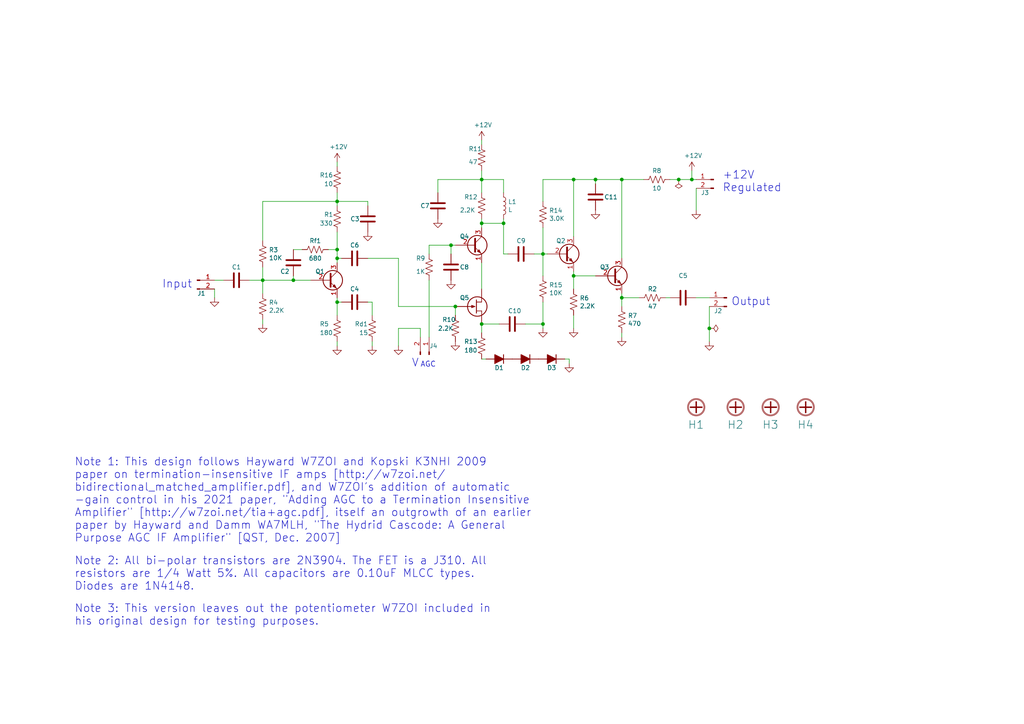
<source format=kicad_sch>
(kicad_sch (version 20211123) (generator eeschema)
  (paper "A4")
  (title_block (title "TIA IF Amp w/ Hybrid-Cascode AGC") (date "2021-09-21") (rev "A"))
  (lib_symbols
    (symbol "Connector:Conn_01x02_Male" (pin_names (offset 1.016) hide)
      (property "Reference" "J" (at 0 2.54 0))
      (property "Value" "Conn_01x02_Male" (at 0 -5.08 0))
      (symbol "Conn_01x02_Male_1_1"
        (polyline (pts (xy 1.27 -2.54) (xy 0.8636 -2.54)) (stroke (width 0.1524)))
        (polyline (pts (xy 1.27 0) (xy 0.8636 0)) (stroke (width 0.1524)))
        (rectangle (start 0.8636 -2.413) (end 0 -2.667) (stroke (width 0.1524)) (fill (type outline)))
        (rectangle (start 0.8636 0.127) (end 0 -0.127) (stroke (width 0.1524)) (fill (type outline)))
        (pin passive line (at 5.08 0 180) (length 3.81) (name "Pin_1") (number "1"))
        (pin passive line (at 5.08 -2.54 180) (length 3.81) (name "Pin_2") (number "2"))
      )
    )
    (symbol "Device:C" (pin_numbers hide) (pin_names (offset 0.254))
      (property "Reference" "C" (at 0.635 2.54 0))
      (property "Value" "C" (at 0.635 -2.54 0))
      (symbol "C_0_1"
        (polyline (pts (xy -2.032 -0.762) (xy 2.032 -0.762)) (stroke (width 0.508)))
        (polyline (pts (xy -2.032 0.762) (xy 2.032 0.762)) (stroke (width 0.508)))
      )
      (symbol "C_1_1"
        (pin passive line (at 0 3.81 270) (length 2.794) (name "~") (number "1"))
        (pin passive line (at 0 -3.81 90) (length 2.794) (name "~") (number "2"))
      )
    )
    (symbol "Device:L" (pin_numbers hide) (pin_names (offset 1.016) hide)
      (property "Reference" "L" (at -1.27 0 90))
      (property "Value" "L" (at 1.905 0 90))
      (symbol "L_0_1"
        (arc (start 0 -2.54) (mid 0.635 -1.905) (end 0 -1.27))
        (arc (start 0 -1.27) (mid 0.635 -0.635) (end 0 0))
        (arc (start 0 0) (mid 0.635 0.635) (end 0 1.27))
        (arc (start 0 1.27) (mid 0.635 1.905) (end 0 2.54))
      )
      (symbol "L_1_1"
        (pin passive line (at 0 3.81 270) (length 1.27) (name "1") (number "1"))
        (pin passive line (at 0 -3.81 90) (length 1.27) (name "2") (number "2"))
      )
    )
    (symbol "K7TFC_Diodes:D" (pin_numbers hide) (pin_names (offset 1.016) hide)
      (property "Reference" "D" (at 0 2.54 0))
      (property "Value" "K7TFC_Diodes_D" (at 0 -2.54 0))
      (symbol "D_0_1"
        (polyline (pts (xy -1.27 1.27) (xy -1.27 -1.27)) (stroke (width 0.254)))
        (polyline (pts (xy 1.27 0) (xy -1.27 0)))
        (polyline (pts (xy 1.27 1.27) (xy 1.27 -1.27) (xy -1.27 0) (xy 1.27 1.27)) (stroke (width 0.254)) (fill (type outline)))
      )
      (symbol "D_1_1"
        (pin passive line (at -3.81 0 0) (length 2.54) (name "K") (number "1"))
        (pin passive line (at 3.81 0 180) (length 2.54) (name "A") (number "2"))
      )
    )
    (symbol "K7TFC_Hardware:Mounting_Hole_4-40" (pin_names (offset 1.016))
      (property "Reference" "H" (at 0 -4.826 0))
      (symbol "Mounting_Hole_4-40_0_1"
        (polyline (pts (xy -0.127 1.651) (xy -0.127 -1.651)))
        (polyline (pts (xy 0.127 1.651) (xy 0.127 -1.651)))
        (polyline (pts (xy 1.778 -0.127) (xy -1.778 -0.127)))
        (polyline (pts (xy 1.778 0) (xy -1.778 0)))
        (polyline (pts (xy 1.778 0.127) (xy -1.778 0.127)))
        (polyline (pts (xy 0 1.651) (xy 0 -1.524) (xy 0 -1.651)))
        (circle (center 0 0) (radius 2.2352))
        (circle (center 0 0) (radius 2.5146))
      )
    )
    (symbol "K7TFC_Passives:R_US" (pin_numbers hide) (pin_names (offset 0))
      (property "Reference" "R" (at 2.54 0 90))
      (property "Value" "K7TFC_Passives_R_US" (at -2.54 0 90))
      (symbol "R_US_0_1"
        (polyline (pts (xy 0 -2.286) (xy 0 -2.54)))
        (polyline (pts (xy 0 2.286) (xy 0 2.54)))
        (polyline (pts (xy 0 -0.762) (xy 1.016 -1.143) (xy 0 -1.524) (xy -1.016 -1.905) (xy 0 -2.286)))
        (polyline (pts (xy 0 0.762) (xy 1.016 0.381) (xy 0 0) (xy -1.016 -0.381) (xy 0 -0.762)))
        (polyline (pts (xy 0 2.286) (xy 1.016 1.905) (xy 0 1.524) (xy -1.016 1.143) (xy 0 0.762)))
      )
      (symbol "R_US_1_1"
        (pin passive line (at 0 3.81 270) (length 1.27) (name "~") (number "1"))
        (pin passive line (at 0 -3.81 90) (length 1.27) (name "~") (number "2"))
      )
    )
    (symbol "K7TFC_Transistors:J310" (pin_numbers hide) (pin_names (offset 0) hide)
      (property "Reference" "Q" (at 4.318 8.128 0))
      (property "Value" "K7TFC_Transistors_J310" (at 4.318 5.588 0))
      (property "Footprint" "K7TFC_Transistors:TO-92L_Pin2_Offset" (at 3.2258 -5.0292 0))
      (symbol "J310_0_1"
        (polyline (pts (xy 1.016 1.905) (xy 1.016 -1.905) (xy 1.016 -1.905)) (stroke (width 0.254)))
        (polyline (pts (xy 0.635 0) (xy -0.381 -0.381) (xy -0.381 0.381) (xy 0.635 0)) (fill (type outline)))
        (rectangle (start 1.0922 1.27) (end 2.5146 1.3208))
        (rectangle (start 1.143 -1.27) (end 2.5654 -1.2954))
        (circle (center 1.27 0) (radius 2.8194) (stroke (width 0.254)))
        (rectangle (start 2.54 1.2954) (end 2.5146 2.5908))
        (rectangle (start 2.5654 -2.3876) (end 2.54 -1.2954))
      )
      (symbol "J310_1_1"
        (pin passive line (at 2.54 5.08 270) (length 2.54) (name "D") (number "1"))
        (pin passive line (at 2.54 -5.08 90) (length 2.54) (name "S") (number "2"))
        (pin input line (at -5.08 0 0) (length 5.334) (name "G") (number "3"))
      )
    )
    (symbol "Transistor_BJT:2N3904" (pin_names (offset 0) hide)
      (property "Reference" "Q" (at 5.08 1.905 0))
      (property "Value" "2N3904" (at 5.08 0 0))
      (symbol "2N3904_0_1"
        (polyline (pts (xy 0.635 0.635) (xy 2.54 2.54)))
        (polyline (pts (xy 0.635 -0.635) (xy 2.54 -2.54) (xy 2.54 -2.54)))
        (polyline (pts (xy 0.635 1.905) (xy 0.635 -1.905) (xy 0.635 -1.905)) (stroke (width 0.508)))
        (polyline (pts (xy 1.27 -1.778) (xy 1.778 -1.27) (xy 2.286 -2.286) (xy 1.27 -1.778) (xy 1.27 -1.778)) (fill (type outline)))
        (circle (center 1.27 0) (radius 2.8194) (stroke (width 0.254)))
      )
      (symbol "2N3904_1_1"
        (pin passive line (at 2.54 -5.08 90) (length 2.54) (name "E") (number "1"))
        (pin passive line (at -5.08 0 0) (length 5.715) (name "B") (number "2"))
        (pin passive line (at 2.54 5.08 270) (length 2.54) (name "C") (number "3"))
      )
    )
    (symbol "power:+12V" (power) (pin_names (offset 0))
      (property "Value" "+12V" (at 0 3.556 0))
      (symbol "+12V_0_1"
        (polyline (pts (xy -0.762 1.27) (xy 0 2.54)))
        (polyline (pts (xy 0 0) (xy 0 2.54)))
        (polyline (pts (xy 0 2.54) (xy 0.762 1.27)))
      )
      (symbol "+12V_1_1"
        (pin power_in line (at 0 0 90) (length 0) hide (name "+12V") (number "1"))
      )
    )
    (symbol "power:GND" (power) (pin_names (offset 0))
      (property "Value" "GND" (at 0 -3.81 0))
      (symbol "GND_0_1"
        (polyline (pts (xy 0 0) (xy 0 -1.27) (xy 1.27 -1.27) (xy 0 -2.54) (xy -1.27 -1.27) (xy 0 -1.27)))
      )
      (symbol "GND_1_1"
        (pin power_in line (at 0 0 270) (length 0) hide (name "GND") (number "1"))
      )
    )
    (symbol "power:PWR_FLAG" (power) (pin_numbers hide) (pin_names (offset 0) hide)
      (property "Value" "PWR_FLAG" (at 0 3.81 0))
      (symbol "PWR_FLAG_0_0"
        (pin power_out line (at 0 0 90) (length 0) (name "pwr") (number "1"))
      )
      (symbol "PWR_FLAG_0_1"
        (polyline (pts (xy 0 0) (xy 0 1.27) (xy -1.016 1.905) (xy 0 2.54) (xy 1.016 1.905) (xy 0 1.27)))
      )
    )
  )
  (junction (at 139.7 93.98))
  (junction (at 157.48 93.98))
  (junction (at 166.37 52.07))
  (junction (at 130.81 71.12))
  (junction (at 157.48 73.66))
  (junction (at 76.2 81.28))
  (junction (at 196.85 52.07))
  (junction (at 205.74 95.25))
  (junction (at 97.79 74.93))
  (junction (at 132.08 88.9))
  (junction (at 85.09 81.28))
  (junction (at 166.37 80.01))
  (junction (at 180.34 86.36))
  (junction (at 97.79 72.39))
  (junction (at 97.79 87.63))
  (junction (at 97.79 58.42))
  (junction (at 146.05 64.77))
  (junction (at 180.34 52.07))
  (junction (at 200.66 52.07))
  (junction (at 172.72 52.07))
  (junction (at 139.7 64.77))
  (junction (at 139.7 52.07))
  (wire (pts (xy 132.08 91.44) (xy 132.08 88.9)))
  (wire (pts (xy 172.72 53.34) (xy 172.72 52.07)))
  (wire (pts (xy 76.2 58.42) (xy 76.2 69.85)))
  (wire (pts (xy 146.05 64.77) (xy 146.05 63.5)))
  (wire (pts (xy 157.48 73.66) (xy 157.48 80.01)))
  (wire (pts (xy 95.25 72.39) (xy 97.79 72.39)))
  (wire (pts (xy 106.68 59.69) (xy 106.68 58.42)))
  (wire (pts (xy 106.68 87.63) (xy 107.95 87.63)))
  (wire (pts (xy 106.68 58.42) (xy 97.79 58.42)))
  (wire (pts (xy 124.46 81.28) (xy 124.46 97.79)))
  (wire (pts (xy 205.74 95.25) (xy 205.74 99.06)))
  (wire (pts (xy 130.81 73.66) (xy 130.81 71.12)))
  (wire (pts (xy 97.79 48.26) (xy 97.79 46.99)))
  (wire (pts (xy 97.79 59.69) (xy 97.79 58.42)))
  (wire (pts (xy 76.2 81.28) (xy 72.39 81.28)))
  (wire (pts (xy 152.4 93.98) (xy 157.48 93.98)))
  (wire (pts (xy 139.7 55.88) (xy 139.7 52.07)))
  (wire (pts (xy 201.93 54.61) (xy 201.93 60.96)))
  (wire (pts (xy 158.75 73.66) (xy 157.48 73.66)))
  (wire (pts (xy 200.66 49.53) (xy 200.66 52.07)))
  (wire (pts (xy 172.72 52.07) (xy 180.34 52.07)))
  (wire (pts (xy 139.7 40.64) (xy 139.7 41.91)))
  (wire (pts (xy 194.31 86.36) (xy 193.04 86.36)))
  (wire (pts (xy 157.48 66.04) (xy 157.48 73.66)))
  (wire (pts (xy 157.48 95.25) (xy 157.48 93.98)))
  (wire (pts (xy 97.79 72.39) (xy 97.79 74.93)))
  (wire (pts (xy 107.95 87.63) (xy 107.95 91.44)))
  (wire (pts (xy 124.46 71.12) (xy 130.81 71.12)))
  (wire (pts (xy 97.79 86.36) (xy 97.79 87.63)))
  (wire (pts (xy 99.06 74.93) (xy 97.79 74.93)))
  (wire (pts (xy 185.42 86.36) (xy 180.34 86.36)))
  (wire (pts (xy 201.93 52.07) (xy 200.66 52.07)))
  (wire (pts (xy 127 52.07) (xy 127 55.88)))
  (wire (pts (xy 166.37 78.74) (xy 166.37 80.01)))
  (wire (pts (xy 106.68 74.93) (xy 115.57 74.93)))
  (wire (pts (xy 194.31 52.07) (xy 196.85 52.07)))
  (wire (pts (xy 139.7 52.07) (xy 146.05 52.07)))
  (wire (pts (xy 166.37 52.07) (xy 172.72 52.07)))
  (wire (pts (xy 85.09 80.01) (xy 85.09 81.28)))
  (wire (pts (xy 76.2 92.71) (xy 76.2 93.98)))
  (wire (pts (xy 139.7 66.04) (xy 139.7 64.77)))
  (wire (pts (xy 99.06 87.63) (xy 97.79 87.63)))
  (wire (pts (xy 97.79 87.63) (xy 97.79 91.44)))
  (wire (pts (xy 147.32 73.66) (xy 146.05 73.66)))
  (wire (pts (xy 76.2 81.28) (xy 85.09 81.28)))
  (wire (pts (xy 205.74 88.9) (xy 205.74 95.25)))
  (wire (pts (xy 139.7 64.77) (xy 139.7 63.5)))
  (wire (pts (xy 127 52.07) (xy 139.7 52.07)))
  (wire (pts (xy 87.63 72.39) (xy 85.09 72.39)))
  (wire (pts (xy 97.79 58.42) (xy 97.79 55.88)))
  (wire (pts (xy 130.81 71.12) (xy 132.08 71.12)))
  (wire (pts (xy 121.92 95.25) (xy 115.57 95.25)))
  (wire (pts (xy 157.48 87.63) (xy 157.48 93.98)))
  (wire (pts (xy 146.05 55.88) (xy 146.05 52.07)))
  (wire (pts (xy 76.2 77.47) (xy 76.2 81.28)))
  (wire (pts (xy 124.46 71.12) (xy 124.46 73.66)))
  (wire (pts (xy 107.95 99.06) (xy 107.95 100.33)))
  (wire (pts (xy 139.7 64.77) (xy 146.05 64.77)))
  (wire (pts (xy 97.79 99.06) (xy 97.79 100.33)))
  (wire (pts (xy 180.34 52.07) (xy 186.69 52.07)))
  (wire (pts (xy 97.79 67.31) (xy 97.79 72.39)))
  (wire (pts (xy 140.97 104.14) (xy 139.7 104.14)))
  (wire (pts (xy 172.72 80.01) (xy 166.37 80.01)))
  (wire (pts (xy 157.48 52.07) (xy 166.37 52.07)))
  (wire (pts (xy 139.7 96.52) (xy 139.7 93.98)))
  (wire (pts (xy 201.93 86.36) (xy 205.74 86.36)))
  (wire (pts (xy 62.23 83.82) (xy 62.23 86.36)))
  (wire (pts (xy 157.48 58.42) (xy 157.48 52.07)))
  (wire (pts (xy 97.79 74.93) (xy 97.79 76.2)))
  (wire (pts (xy 180.34 52.07) (xy 180.34 74.93)))
  (wire (pts (xy 144.78 93.98) (xy 139.7 93.98)))
  (wire (pts (xy 180.34 85.09) (xy 180.34 86.36)))
  (wire (pts (xy 121.92 95.25) (xy 121.92 97.79)))
  (wire (pts (xy 180.34 96.52) (xy 180.34 97.79)))
  (wire (pts (xy 157.48 73.66) (xy 154.94 73.66)))
  (wire (pts (xy 166.37 91.44) (xy 166.37 95.25)))
  (wire (pts (xy 180.34 86.36) (xy 180.34 88.9)))
  (wire (pts (xy 115.57 74.93) (xy 115.57 88.9)))
  (wire (pts (xy 139.7 76.2) (xy 139.7 83.82)))
  (wire (pts (xy 166.37 80.01) (xy 166.37 83.82)))
  (wire (pts (xy 146.05 64.77) (xy 146.05 73.66)))
  (wire (pts (xy 115.57 95.25) (xy 115.57 100.33)))
  (wire (pts (xy 64.77 81.28) (xy 62.23 81.28)))
  (wire (pts (xy 163.83 104.14) (xy 165.1 104.14)))
  (wire (pts (xy 97.79 58.42) (xy 76.2 58.42)))
  (wire (pts (xy 90.17 81.28) (xy 85.09 81.28)))
  (wire (pts (xy 166.37 68.58) (xy 166.37 52.07)))
  (wire (pts (xy 196.85 52.07) (xy 200.66 52.07)))
  (wire (pts (xy 139.7 52.07) (xy 139.7 49.53)))
  (wire (pts (xy 115.57 88.9) (xy 132.08 88.9)))
  (wire (pts (xy 165.1 104.14) (xy 165.1 105.41)))
  (wire (pts (xy 76.2 81.28) (xy 76.2 85.09)))
  (text "Input" (at 46.99 83.82 0) (effects (font (size 2.286 2.286)) (justify left bottom)))
  (text "Note 3: This version leaves out the potentiometer W7ZOI included in\nhis original design for testing purposes. " (at 21.59 181.61 0) (effects (font (size 2.286 2.286)) (justify left bottom)))
  (text "Note 2: All bi-polar transistors are 2N3904. The FET is a J310. All\nresistors are 1/4 Watt 5%. All capacitors are 0.10uF MLCC types.\nDiodes are 1N4148. " (at 21.59 171.45 0) (effects (font (size 2.286 2.286)) (justify left bottom)))
  (text "Note 1: This design follows Hayward W7ZOI and Kopski K3NHI 2009\npaper on termination-insensitive IF amps [http://w7zoi.net/\nbidirectional_matched_amplifier.pdf], and W7ZOI's addition of automatic\n-gain control in his 2021 paper, \"Adding AGC to a Termination Insensitive\nAmplifier\" [http://w7zoi.net/tia+agc.pdf], itself an outgrowth of an earlier\npaper by Hayward and Damm WA7MLH, \"The Hydrid Cascode: A General\nPurpose AGC IF Amplifier\" [QST, Dec. 2007]" (at 21.59 157.48 0) (effects (font (size 2.286 2.286)) (justify left bottom)))
  (text "AGC" (at 121.92 106.68 0) (effects (font (size 1.524 1.524)) (justify left bottom)))
  (text "V" (at 119.38 106.68 0) (effects (font (size 2.286 2.286)) (justify left bottom)))
  (text "+12V\nRegulated" (at 209.55 55.88 0) (effects (font (size 2.286 2.286)) (justify left bottom)))
  (text "Output" (at 212.09 88.9 0) (effects (font (size 2.286 2.286)) (justify left bottom)))
  (symbol (lib_id "Transistor_BJT:2N3904") (at 95.25 81.28 0) (unit 1)
    (property "Reference" "Q1" (at 91.44 78.74 0) (effects (justify left)))
    (property "Value" "2N3904" (effects hide))
    (property "Footprint" "K7TFC_Transistors:TO-92L_Pin2_Offset" (effects hide))
    (property "Datasheet" "https://www.fairchildsemi.com/datasheets/2N/2N3904.pdf" (effects hide))
  )
  (symbol (lib_id "Transistor_BJT:2N3904") (at 163.83 73.66 0) (unit 1)
    (property "Reference" "Q2" (at 161.29 69.85 0) (effects (justify left)))
    (property "Value" "2N3904" (effects hide))
    (property "Footprint" "K7TFC_Transistors:TO-92L_Pin2_Offset" (effects hide))
    (property "Datasheet" "https://www.fairchildsemi.com/datasheets/2N/2N3904.pdf" (effects hide))
  )
  (symbol (lib_id "Transistor_BJT:2N3904") (at 177.8 80.01 0) (unit 1)
    (property "Reference" "Q3" (at 173.99 77.47 0) (effects (justify left)))
    (property "Value" "2N3904" (effects hide))
    (property "Footprint" "K7TFC_Transistors:TO-92L_Pin2_Offset" (effects hide))
    (property "Datasheet" "https://www.fairchildsemi.com/datasheets/2N/2N3904.pdf" (effects hide))
  )
  (symbol (lib_id "K7TFC_Passives:R_US") (at 97.79 63.5 0) (unit 1)
    (property "Reference" "R1" (at 93.98 62.23 0) (effects (justify left)))
    (property "Value" "330" (at 92.71 64.77 0) (effects (justify left)))
    (property "Footprint" "Resistor_THT:R_Axial_DIN0207_L6.3mm_D2.5mm_P5.08mm_Vertical" (effects hide))
  )
  (symbol (lib_id "K7TFC_Passives:R_US") (at 97.79 95.25 0) (unit 1)
    (property "Reference" "R5" (at 92.71 93.98 0) (effects (justify left)))
    (property "Value" "180" (at 92.71 96.52 0) (effects (justify left)))
    (property "Footprint" "Resistor_THT:R_Axial_DIN0207_L6.3mm_D2.5mm_P5.08mm_Vertical" (effects hide))
  )
  (symbol (lib_id "K7TFC_Passives:R_US") (at 107.95 95.25 0) (unit 1)
    (property "Reference" "Rd1" (at 102.87 93.98 0) (effects (justify left)))
    (property "Value" "15" (at 104.14 96.52 0) (effects (justify left)))
    (property "Footprint" "Resistor_THT:R_Axial_DIN0207_L6.3mm_D2.5mm_P5.08mm_Vertical" (effects hide))
  )
  (symbol (lib_id "K7TFC_Passives:R_US") (at 76.2 73.66 0) (unit 1)
    (property "Reference" "R3" (at 77.978 72.4916 0) (effects (justify left)))
    (property "Value" "10K" (at 77.978 74.803 0) (effects (justify left)))
    (property "Footprint" "Resistor_THT:R_Axial_DIN0207_L6.3mm_D2.5mm_P5.08mm_Vertical" (effects hide))
  )
  (symbol (lib_id "K7TFC_Passives:R_US") (at 76.2 88.9 0) (unit 1)
    (property "Reference" "R4" (at 77.978 87.7316 0) (effects (justify left)))
    (property "Value" "2.2K" (at 77.978 90.043 0) (effects (justify left)))
    (property "Footprint" "Resistor_THT:R_Axial_DIN0207_L6.3mm_D2.5mm_P5.08mm_Vertical" (effects hide))
  )
  (symbol (lib_id "K7TFC_Passives:R_US") (at 91.44 72.39 270) (unit 1)
    (property "Reference" "Rf1" (at 91.44 69.85 90))
    (property "Value" "680" (at 91.44 74.93 90))
    (property "Footprint" "Resistor_THT:R_Axial_DIN0207_L6.3mm_D2.5mm_P5.08mm_Vertical" (effects hide))
  )
  (symbol (lib_id "K7TFC_Passives:R_US") (at 166.37 87.63 0) (unit 1)
    (property "Reference" "R6" (at 168.148 86.4616 0) (effects (justify left)))
    (property "Value" "2.2K" (at 168.148 88.773 0) (effects (justify left)))
    (property "Footprint" "Resistor_THT:R_Axial_DIN0207_L6.3mm_D2.5mm_P5.08mm_Vertical" (effects hide))
  )
  (symbol (lib_id "K7TFC_Passives:R_US") (at 180.34 92.71 0) (unit 1)
    (property "Reference" "R7" (at 182.118 91.5416 0) (effects (justify left)))
    (property "Value" "470" (at 182.118 93.853 0) (effects (justify left)))
    (property "Footprint" "Resistor_THT:R_Axial_DIN0207_L6.3mm_D2.5mm_P5.08mm_Vertical" (effects hide))
  )
  (symbol (lib_id "K7TFC_Passives:R_US") (at 189.23 86.36 270) (unit 1)
    (property "Reference" "R2" (at 189.23 83.82 90))
    (property "Value" "47" (at 189.23 88.9 90))
    (property "Footprint" "Resistor_THT:R_Axial_DIN0207_L6.3mm_D2.5mm_P5.08mm_Vertical" (effects hide))
  )
  (symbol (lib_id "K7TFC_Passives:R_US") (at 190.5 52.07 270) (unit 1)
    (property "Reference" "R8" (at 190.5 49.53 90))
    (property "Value" "10" (at 190.5 54.61 90))
    (property "Footprint" "Resistor_THT:R_Axial_DIN0207_L6.3mm_D2.5mm_P5.08mm_Vertical" (effects hide))
  )
  (symbol (lib_id "Device:C") (at 198.12 86.36 270) (unit 1)
    (property "Reference" "C5" (at 198.12 79.9592 90))
    (property "Value" "0.10" (effects hide))
    (property "Footprint" "K7TFC_Passives:Ceramic_Disk_Capacitor_P5.00mm" (effects hide))
  )
  (symbol (lib_id "Device:C") (at 106.68 63.5 180) (unit 1)
    (property "Reference" "C3" (at 101.6 63.5 0) (effects (justify right)))
    (property "Value" "0.10" (effects hide))
    (property "Footprint" "K7TFC_Passives:Ceramic_Disk_Capacitor_P5.00mm" (effects hide))
  )
  (symbol (lib_id "Device:C") (at 102.87 87.63 270) (unit 1)
    (property "Reference" "C4" (at 102.87 83.82 90))
    (property "Value" "0.10" (effects hide))
    (property "Footprint" "K7TFC_Passives:Ceramic_Disk_Capacitor_P5.00mm" (effects hide))
  )
  (symbol (lib_id "Device:C") (at 68.58 81.28 270) (unit 1)
    (property "Reference" "C1" (at 68.58 77.47 90))
    (property "Value" "0.10" (effects hide))
    (property "Footprint" "K7TFC_Passives:Ceramic_Disk_Capacitor_P5.00mm" (effects hide))
  )
  (symbol (lib_id "Device:C") (at 85.09 76.2 180) (unit 1)
    (property "Reference" "C2" (at 81.28 78.74 0) (effects (justify right)))
    (property "Value" "0.10" (effects hide))
    (property "Footprint" "K7TFC_Passives:Ceramic_Disk_Capacitor_P5.00mm" (effects hide))
  )
  (symbol (lib_id "power:GND") (at 97.79 100.33 0) (unit 1)
    (property "Reference" "#PWR0101" (effects hide))
    (property "Value" "GND" (effects hide))
  )
  (symbol (lib_id "power:GND") (at 107.95 100.33 0) (unit 1)
    (property "Reference" "#PWR0102" (effects hide))
    (property "Value" "GND" (effects hide))
  )
  (symbol (lib_id "power:GND") (at 76.2 93.98 0) (unit 1)
    (property "Reference" "#PWR0103" (effects hide))
    (property "Value" "GND" (effects hide))
  )
  (symbol (lib_id "power:GND") (at 166.37 95.25 0) (unit 1)
    (property "Reference" "#PWR0104" (effects hide))
    (property "Value" "GND" (effects hide))
  )
  (symbol (lib_id "power:GND") (at 180.34 97.79 0) (unit 1)
    (property "Reference" "#PWR0105" (effects hide))
    (property "Value" "GND" (effects hide))
  )
  (symbol (lib_id "power:GND") (at 106.68 67.31 0) (unit 1)
    (property "Reference" "#PWR0106" (effects hide))
    (property "Value" "GND" (effects hide))
  )
  (symbol (lib_id "Connector:Conn_01x02_Male") (at 207.01 52.07 0) (mirror y) (unit 1)
    (property "Reference" "J3" (at 204.47 55.88 0))
    (property "Value" "Conn_01x02_Male" (effects hide))
    (property "Footprint" "Connector_PinHeader_2.54mm:PinHeader_1x02_P2.54mm_Vertical" (effects hide))
  )
  (symbol (lib_id "power:+12V") (at 200.66 49.53 0) (unit 1)
    (property "Reference" "#PWR0107" (effects hide))
    (property "Value" "+12V" (at 201.041 45.1358 0))
  )
  (symbol (lib_id "power:GND") (at 201.93 60.96 0) (unit 1)
    (property "Reference" "#PWR0108" (effects hide))
    (property "Value" "GND" (effects hide))
  )
  (symbol (lib_id "power:PWR_FLAG") (at 196.85 52.07 180) (unit 1)
    (property "Reference" "#FLG0101" (effects hide))
    (property "Value" "PWR_FLAG" (effects hide))
  )
  (symbol (lib_id "power:PWR_FLAG") (at 205.74 95.25 270) (unit 1)
    (property "Reference" "#FLG0102" (effects hide))
    (property "Value" "PWR_FLAG" (effects hide))
  )
  (symbol (lib_id "Connector:Conn_01x02_Male") (at 210.82 86.36 0) (mirror y) (unit 1)
    (property "Reference" "J2" (at 208.28 90.17 0))
    (property "Value" "Conn_01x02_Male" (effects hide))
    (property "Footprint" "K7TFC:SMA_EdgeMount_0.062_Samtec" (effects hide))
  )
  (symbol (lib_id "Connector:Conn_01x02_Male") (at 57.15 81.28 0) (unit 1)
    (property "Reference" "J1" (at 58.42 85.09 0))
    (property "Value" "Conn_01x02_Male" (effects hide))
    (property "Footprint" "K7TFC:SMA_EdgeMount_0.062_Samtec" (effects hide))
  )
  (symbol (lib_id "power:GND") (at 205.74 99.06 0) (unit 1)
    (property "Reference" "#PWR0109" (effects hide))
    (property "Value" "GND" (effects hide))
  )
  (symbol (lib_id "power:GND") (at 62.23 86.36 0) (unit 1)
    (property "Reference" "#PWR0110" (effects hide))
    (property "Value" "GND" (effects hide))
  )
  (symbol (lib_id "Transistor_BJT:2N3904") (at 137.16 71.12 0) (unit 1)
    (property "Reference" "Q4" (at 133.35 68.58 0) (effects (justify left)))
    (property "Value" "2N3904" (effects hide))
    (property "Footprint" "K7TFC_Transistors:TO-92L_Pin2_Offset" (effects hide))
    (property "Datasheet" "https://www.fairchildsemi.com/datasheets/2N/2N3904.pdf" (effects hide))
  )
  (symbol (lib_id "K7TFC_Transistors:J310") (at 137.16 88.9 0) (unit 1)
    (property "Reference" "Q5" (at 133.35 86.36 0) (effects (justify left)))
    (property "Value" "J310" (effects hide))
    (property "Footprint" "K7TFC_Transistors:TO-92L_Pin2_Offset" (effects hide))
  )
  (symbol (lib_id "Device:C") (at 102.87 74.93 270) (unit 1)
    (property "Reference" "C6" (at 102.87 71.12 90))
    (property "Value" "0.10" (effects hide))
    (property "Footprint" "K7TFC_Passives:Ceramic_Disk_Capacitor_P5.00mm" (effects hide))
  )
  (symbol (lib_id "Device:C") (at 130.81 77.47 180) (unit 1)
    (property "Reference" "C8" (at 133.35 77.47 0) (effects (justify right)))
    (property "Value" "0.10" (effects hide))
    (property "Footprint" "K7TFC_Passives:Ceramic_Disk_Capacitor_P5.00mm" (effects hide))
  )
  (symbol (lib_id "K7TFC_Passives:R_US") (at 124.46 77.47 0) (unit 1)
    (property "Reference" "R9" (at 120.65 74.93 0) (effects (justify left)))
    (property "Value" "1K" (at 120.65 78.74 0) (effects (justify left)))
    (property "Footprint" "Resistor_THT:R_Axial_DIN0207_L6.3mm_D2.5mm_P5.08mm_Vertical" (effects hide))
  )
  (symbol (lib_id "power:GND") (at 130.81 81.28 0) (unit 1)
    (property "Reference" "#PWR0111" (effects hide))
    (property "Value" "GND" (effects hide))
  )
  (symbol (lib_id "K7TFC_Passives:R_US") (at 139.7 59.69 0) (unit 1)
    (property "Reference" "R12" (at 134.62 57.15 0) (effects (justify left)))
    (property "Value" "2.2K" (at 133.35 60.96 0) (effects (justify left)))
    (property "Footprint" "Resistor_THT:R_Axial_DIN0207_L6.3mm_D2.5mm_P5.08mm_Vertical" (effects hide))
  )
  (symbol (lib_id "Device:C") (at 127 59.69 180) (unit 1)
    (property "Reference" "C7" (at 121.92 59.69 0) (effects (justify right)))
    (property "Value" "0.10" (effects hide))
    (property "Footprint" "K7TFC_Passives:Ceramic_Disk_Capacitor_P5.00mm" (effects hide))
  )
  (symbol (lib_id "power:GND") (at 127 63.5 0) (unit 1)
    (property "Reference" "#PWR0112" (effects hide))
    (property "Value" "GND" (effects hide))
  )
  (symbol (lib_id "Device:L") (at 146.05 59.69 0) (unit 1)
    (property "Reference" "L1" (at 147.3708 58.5216 0) (effects (justify left)))
    (property "Value" "L" (at 147.3708 60.833 0) (effects (justify left)))
    (property "Footprint" "Resistor_THT:R_Axial_DIN0207_L6.3mm_D2.5mm_P5.08mm_Vertical" (effects hide))
  )
  (symbol (lib_id "power:GND") (at 115.57 100.33 0) (unit 1)
    (property "Reference" "#PWR0113" (effects hide))
    (property "Value" "GND" (effects hide))
  )
  (symbol (lib_id "Device:C") (at 151.13 73.66 270) (unit 1)
    (property "Reference" "C9" (at 151.13 69.85 90))
    (property "Value" "0.10" (effects hide))
    (property "Footprint" "K7TFC_Passives:Ceramic_Disk_Capacitor_P5.00mm" (effects hide))
  )
  (symbol (lib_id "K7TFC_Passives:R_US") (at 157.48 62.23 0) (unit 1)
    (property "Reference" "R14" (at 159.258 61.0616 0) (effects (justify left)))
    (property "Value" "3.0K" (at 159.258 63.373 0) (effects (justify left)))
    (property "Footprint" "Resistor_THT:R_Axial_DIN0207_L6.3mm_D2.5mm_P5.08mm_Vertical" (effects hide))
  )
  (symbol (lib_id "K7TFC_Passives:R_US") (at 157.48 83.82 0) (unit 1)
    (property "Reference" "R15" (at 159.258 82.6516 0) (effects (justify left)))
    (property "Value" "10K" (at 159.258 84.963 0) (effects (justify left)))
    (property "Footprint" "Resistor_THT:R_Axial_DIN0207_L6.3mm_D2.5mm_P5.08mm_Vertical" (effects hide))
  )
  (symbol (lib_id "Device:C") (at 172.72 57.15 180) (unit 1)
    (property "Reference" "C11" (at 175.26 57.15 0) (effects (justify right)))
    (property "Value" "0.10" (effects hide))
    (property "Footprint" "K7TFC_Passives:Ceramic_Disk_Capacitor_P5.00mm" (effects hide))
  )
  (symbol (lib_id "power:+12V") (at 139.7 40.64 0) (unit 1)
    (property "Reference" "#PWR0114" (effects hide))
    (property "Value" "+12V" (at 140.081 36.2458 0))
  )
  (symbol (lib_id "K7TFC_Passives:R_US") (at 139.7 45.72 0) (unit 1)
    (property "Reference" "R11" (at 135.89 43.18 0) (effects (justify left)))
    (property "Value" "47" (at 135.89 46.99 0) (effects (justify left)))
    (property "Footprint" "Resistor_THT:R_Axial_DIN0207_L6.3mm_D2.5mm_P5.08mm_Vertical" (effects hide))
  )
  (symbol (lib_id "power:GND") (at 172.72 60.96 0) (unit 1)
    (property "Reference" "#PWR0115" (effects hide))
    (property "Value" "GND" (effects hide))
  )
  (symbol (lib_id "K7TFC_Passives:R_US") (at 132.08 95.25 0) (unit 1)
    (property "Reference" "R10" (at 128.27 92.71 0) (effects (justify left)))
    (property "Value" "2.2K" (at 127 95.25 0) (effects (justify left)))
    (property "Footprint" "Resistor_THT:R_Axial_DIN0207_L6.3mm_D2.5mm_P5.08mm_Vertical" (effects hide))
  )
  (symbol (lib_id "power:GND") (at 132.08 99.06 0) (unit 1)
    (property "Reference" "#PWR0116" (effects hide))
    (property "Value" "GND" (effects hide))
  )
  (symbol (lib_id "K7TFC_Passives:R_US") (at 139.7 100.33 0) (unit 1)
    (property "Reference" "R13" (at 134.62 99.06 0) (effects (justify left)))
    (property "Value" "180" (at 134.62 101.6 0) (effects (justify left)))
    (property "Footprint" "Resistor_THT:R_Axial_DIN0207_L6.3mm_D2.5mm_P5.08mm_Vertical" (effects hide))
  )
  (symbol (lib_id "Device:C") (at 148.59 93.98 90) (unit 1)
    (property "Reference" "C10" (at 147.32 90.17 90) (effects (justify right)))
    (property "Value" "0.10" (effects hide))
    (property "Footprint" "K7TFC_Passives:Ceramic_Disk_Capacitor_P5.00mm" (effects hide))
  )
  (symbol (lib_id "power:GND") (at 157.48 95.25 0) (unit 1)
    (property "Reference" "#PWR0117" (effects hide))
    (property "Value" "GND" (effects hide))
  )
  (symbol (lib_id "K7TFC_Diodes:D") (at 144.78 104.14 180) (unit 1)
    (property "Reference" "D1" (at 144.78 106.68 0))
    (property "Value" "D" (effects hide))
    (property "Footprint" "Diode_THT:D_DO-35_SOD27_P5.08mm_Vertical_KathodeUp" (effects hide))
  )
  (symbol (lib_id "K7TFC_Diodes:D") (at 152.4 104.14 180) (unit 1)
    (property "Reference" "D2" (at 152.4 106.68 0))
    (property "Value" "D" (effects hide))
    (property "Footprint" "Diode_THT:D_DO-35_SOD27_P5.08mm_Vertical_KathodeUp" (effects hide))
  )
  (symbol (lib_id "K7TFC_Diodes:D") (at 160.02 104.14 180) (unit 1)
    (property "Reference" "D3" (at 160.02 106.68 0))
    (property "Value" "D" (effects hide))
    (property "Footprint" "Diode_THT:D_DO-35_SOD27_P5.08mm_Vertical_KathodeUp" (effects hide))
  )
  (symbol (lib_id "power:GND") (at 165.1 105.41 0) (unit 1)
    (property "Reference" "#PWR0118" (effects hide))
    (property "Value" "GND" (effects hide))
  )
  (symbol (lib_id "Connector:Conn_01x02_Male") (at 124.46 102.87 270) (mirror x) (unit 1)
    (property "Reference" "J4" (at 125.73 100.33 90))
    (property "Value" "Conn_01x02_Male" (effects hide))
    (property "Footprint" "Connector_PinHeader_2.54mm:PinHeader_1x02_P2.54mm_Vertical" (effects hide))
  )
  (symbol (lib_id "K7TFC_Hardware:Mounting_Hole_4-40") (at 223.52 118.11 0) (unit 1)
    (property "Reference" "H3" (at 220.98 123.19 0) (effects (font (size 2.286 2.286)) (justify left)))
    (property "Value" "Mounting_Hole_4-40" (effects hide))
    (property "Footprint" "MountingHole:MountingHole_3.2mm_M3_Pad" (effects hide))
  )
  (symbol (lib_id "K7TFC_Hardware:Mounting_Hole_4-40") (at 233.68 118.11 0) (unit 1)
    (property "Reference" "H4" (at 231.14 123.19 0) (effects (font (size 2.286 2.286)) (justify left)))
    (property "Value" "Mounting_Hole_4-40" (effects hide))
    (property "Footprint" "MountingHole:MountingHole_3.2mm_M3_Pad" (effects hide))
  )
  (symbol (lib_id "power:+12V") (at 97.79 46.99 0) (unit 1)
    (property "Reference" "#PWR0119" (effects hide))
    (property "Value" "+12V" (at 98.171 42.5958 0))
  )
  (symbol (lib_id "K7TFC_Passives:R_US") (at 97.79 52.07 0) (unit 1)
    (property "Reference" "R16" (at 92.71 50.8 0) (effects (justify left)))
    (property "Value" "10" (at 93.98 53.34 0) (effects (justify left)))
    (property "Footprint" "Resistor_THT:R_Axial_DIN0207_L6.3mm_D2.5mm_P5.08mm_Vertical" (effects hide))
  )
  (symbol (lib_id "K7TFC_Hardware:Mounting_Hole_4-40") (at 213.36 118.11 0) (unit 1)
    (property "Reference" "H2" (at 210.82 123.19 0) (effects (font (size 2.286 2.286)) (justify left)))
    (property "Value" "Mounting_Hole_4-40" (effects hide))
    (property "Footprint" "MountingHole:MountingHole_3.2mm_M3_Pad" (effects hide))
  )
  (symbol (lib_id "K7TFC_Hardware:Mounting_Hole_4-40") (at 201.93 118.11 0) (unit 1)
    (property "Reference" "H1" (at 199.39 123.19 0) (effects (font (size 2.286 2.286)) (justify left)))
    (property "Value" "Mounting_Hole_4-40" (effects hide))
    (property "Footprint" "MountingHole:MountingHole_3.2mm_M3_Pad" (effects hide))
  )
)
</source>
